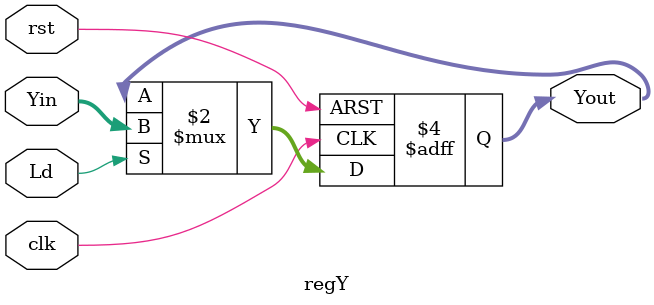
<source format=sv>
`timescale 1ns/1ns

module regY (output logic[7:0] Yout, input [7:0] Yin, input Ld , clk, rst);

always @(posedge clk, posedge rst)
if(rst) Yout<= 8'b0;
else if(Ld) Yout<=Yin;

endmodule
</source>
